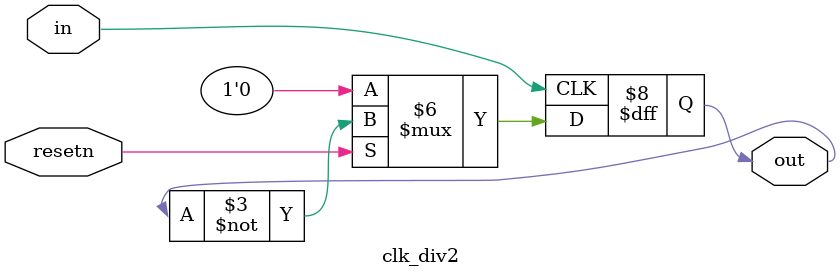
<source format=sv>
module clk_div2( in ,resetn,out );
   output reg out = 1'b0;
   input      in ;
   input      resetn;
   always @(posedge in)
     begin
	if (~resetn)
	  out <= 1'b0;
	else
	  out <= ~out;	
     end
endmodule

</source>
